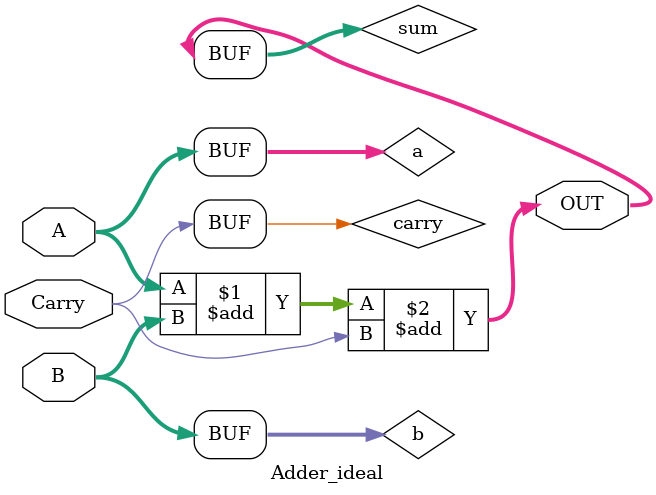
<source format=v>
`define max(a,b) ((a) > (b) ? (a) : (b))

module Adder_ideal #(
	parameter 	WIDTH_A = 16,
	parameter 	WIDTH_B = 16
)(
	input	wire	[WIDTH_A-1:0]					A,
	input	wire	[WIDTH_B-1:0]					B,
	input	wire									Carry,

	output	wire	[`max(WIDTH_A, WIDTH_B)-1:0]	OUT
);
	parameter BITS = `max(WIDTH_A, WIDTH_B);

	wire	signed	[BITS-1:0]			a;
	wire	signed	[BITS-1:0]			b;
	wire	signed						carry;
	wire	signed	[BITS-1:0]			sum;

	//Sign Extend
	assign	a = {{{BITS-WIDTH_A}{A[WIDTH_A-1]}}, A};	
	assign	b = {{{BITS-WIDTH_B}{B[WIDTH_B-1]}}, B};	

	//Carry in
	assign	carry = Carry;

	//Sum = A + B + Carry_in
	assign 	sum = a + b + carry;

	//Truncate internal result to output
	assign	OUT = sum;
endmodule

</source>
